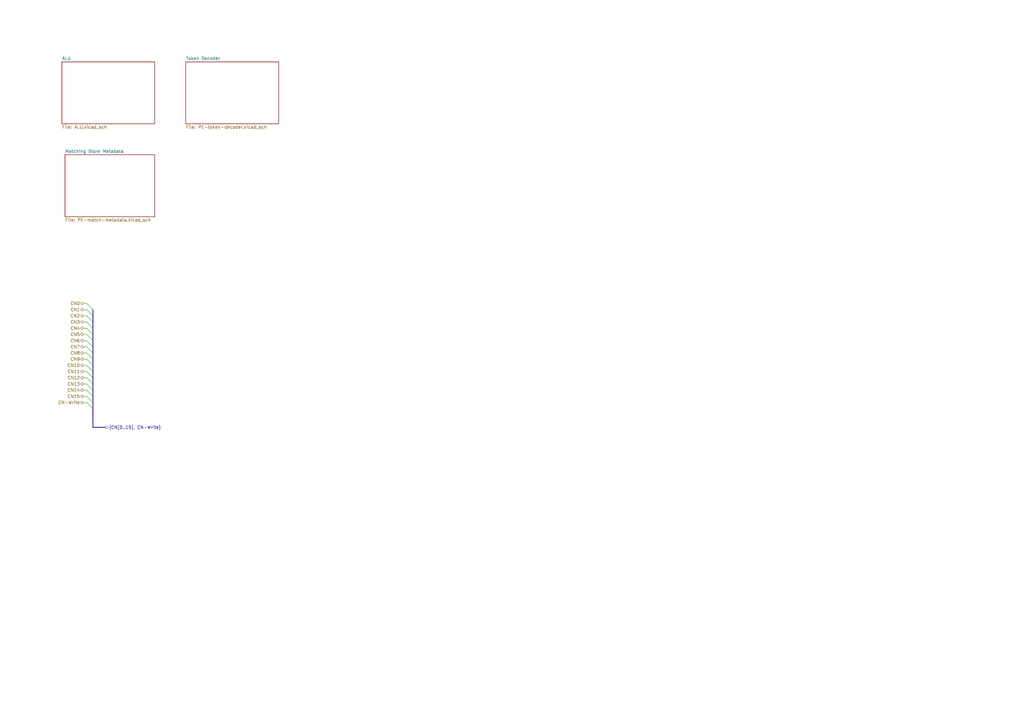
<source format=kicad_sch>
(kicad_sch
	(version 20250114)
	(generator "eeschema")
	(generator_version "9.0")
	(uuid "d1568517-57e3-4a8b-94aa-99390e7b9bd4")
	(paper "A3")
	(title_block
		(title "Processor Element")
		(date "2026-03-04")
		(rev "1")
		(company "Relative State Form")
	)
	(lib_symbols)
	(bus_entry
		(at 35.56 142.24)
		(size 2.54 2.54)
		(stroke
			(width 0)
			(type default)
		)
		(uuid "0342d4e6-1f39-4b64-934c-c4662993ea9d")
	)
	(bus_entry
		(at 35.56 144.78)
		(size 2.54 2.54)
		(stroke
			(width 0)
			(type default)
		)
		(uuid "0a3a88c4-57a4-4cfe-bc51-872e2898b77b")
	)
	(bus_entry
		(at 35.56 149.86)
		(size 2.54 2.54)
		(stroke
			(width 0)
			(type default)
		)
		(uuid "0ce0e5bc-c479-42ba-ba35-9c00b017b712")
	)
	(bus_entry
		(at 35.56 139.7)
		(size 2.54 2.54)
		(stroke
			(width 0)
			(type default)
		)
		(uuid "1e98b3f7-ea3d-42e7-9f19-3e9f74fbab90")
	)
	(bus_entry
		(at 35.56 124.46)
		(size 2.54 2.54)
		(stroke
			(width 0)
			(type default)
		)
		(uuid "22e14c5a-b180-426f-8144-a92f5001abdd")
	)
	(bus_entry
		(at 35.56 152.4)
		(size 2.54 2.54)
		(stroke
			(width 0)
			(type default)
		)
		(uuid "299cbc6c-eb5f-4560-970b-bcd0effdb319")
	)
	(bus_entry
		(at 35.56 129.54)
		(size 2.54 2.54)
		(stroke
			(width 0)
			(type default)
		)
		(uuid "3f36ea9f-252b-49c4-83c3-2e360e20e88b")
	)
	(bus_entry
		(at 35.56 160.02)
		(size 2.54 2.54)
		(stroke
			(width 0)
			(type default)
		)
		(uuid "6089f62b-5cb6-4fd0-9b2a-11f31138d29b")
	)
	(bus_entry
		(at 35.56 157.48)
		(size 2.54 2.54)
		(stroke
			(width 0)
			(type default)
		)
		(uuid "6af850d4-1531-4032-a808-11f284154176")
	)
	(bus_entry
		(at 35.56 134.62)
		(size 2.54 2.54)
		(stroke
			(width 0)
			(type default)
		)
		(uuid "6b67b1fa-d345-4518-81f0-6bd1b4026ce3")
	)
	(bus_entry
		(at 35.56 127)
		(size 2.54 2.54)
		(stroke
			(width 0)
			(type default)
		)
		(uuid "77781e74-f823-4d8c-ac7b-01a359a88160")
	)
	(bus_entry
		(at 35.56 132.08)
		(size 2.54 2.54)
		(stroke
			(width 0)
			(type default)
		)
		(uuid "7def1a8f-c2dd-4304-9dc6-e04b89bbbc11")
	)
	(bus_entry
		(at 35.56 165.1)
		(size 2.54 2.54)
		(stroke
			(width 0)
			(type default)
		)
		(uuid "84d49641-79e8-4dac-9ad5-a63d6f7473a5")
	)
	(bus_entry
		(at 35.56 162.56)
		(size 2.54 2.54)
		(stroke
			(width 0)
			(type default)
		)
		(uuid "9d7f6c91-2ec8-4798-b78e-1cee0e99bf36")
	)
	(bus_entry
		(at 35.56 137.16)
		(size 2.54 2.54)
		(stroke
			(width 0)
			(type default)
		)
		(uuid "cb3dc20f-660b-4211-854a-0295ec517b54")
	)
	(bus_entry
		(at 35.56 147.32)
		(size 2.54 2.54)
		(stroke
			(width 0)
			(type default)
		)
		(uuid "ced82897-0b74-4809-aa92-c71ef9660bca")
	)
	(bus_entry
		(at 35.56 154.94)
		(size 2.54 2.54)
		(stroke
			(width 0)
			(type default)
		)
		(uuid "e9007360-8047-4c6e-98fe-51e3e2884f72")
	)
	(wire
		(pts
			(xy 34.29 139.7) (xy 35.56 139.7)
		)
		(stroke
			(width 0)
			(type default)
		)
		(uuid "0472bbd4-b366-43a8-b22e-5f5e810d0c64")
	)
	(wire
		(pts
			(xy 34.29 147.32) (xy 35.56 147.32)
		)
		(stroke
			(width 0)
			(type default)
		)
		(uuid "0a697692-d4de-4e26-adfa-c7a9468fdf68")
	)
	(bus
		(pts
			(xy 38.1 142.24) (xy 38.1 144.78)
		)
		(stroke
			(width 0)
			(type default)
		)
		(uuid "24efad1e-571b-4828-8659-02acf079db68")
	)
	(bus
		(pts
			(xy 38.1 149.86) (xy 38.1 152.4)
		)
		(stroke
			(width 0)
			(type default)
		)
		(uuid "24fbf1b8-5398-450d-b650-f55640625c69")
	)
	(wire
		(pts
			(xy 34.29 154.94) (xy 35.56 154.94)
		)
		(stroke
			(width 0)
			(type default)
		)
		(uuid "285cdbb9-7125-49ef-82f5-051f19513c40")
	)
	(bus
		(pts
			(xy 38.1 160.02) (xy 38.1 162.56)
		)
		(stroke
			(width 0)
			(type default)
		)
		(uuid "3c3cdbdb-d4ca-4e87-80c0-12b8df25867f")
	)
	(bus
		(pts
			(xy 38.1 127) (xy 38.1 129.54)
		)
		(stroke
			(width 0)
			(type default)
		)
		(uuid "452e3392-129b-41bf-8d92-27808d99f2e5")
	)
	(wire
		(pts
			(xy 34.29 142.24) (xy 35.56 142.24)
		)
		(stroke
			(width 0)
			(type default)
		)
		(uuid "48470cee-40f9-4b2b-8ce7-4591857dac76")
	)
	(wire
		(pts
			(xy 34.29 160.02) (xy 35.56 160.02)
		)
		(stroke
			(width 0)
			(type default)
		)
		(uuid "4db45734-1177-4c91-be22-cf02496dd8d6")
	)
	(wire
		(pts
			(xy 34.29 152.4) (xy 35.56 152.4)
		)
		(stroke
			(width 0)
			(type default)
		)
		(uuid "56c2342d-2699-41fd-b0f3-67e237b5c042")
	)
	(bus
		(pts
			(xy 38.1 144.78) (xy 38.1 147.32)
		)
		(stroke
			(width 0)
			(type default)
		)
		(uuid "61dd34e4-a46a-42f7-9965-ce2d4a5c0459")
	)
	(wire
		(pts
			(xy 34.29 165.1) (xy 35.56 165.1)
		)
		(stroke
			(width 0)
			(type default)
		)
		(uuid "632ad3ee-4805-447c-b89e-a0c2764ec723")
	)
	(bus
		(pts
			(xy 38.1 134.62) (xy 38.1 137.16)
		)
		(stroke
			(width 0)
			(type default)
		)
		(uuid "651ee4c6-a350-4618-ac1d-bc945bc13145")
	)
	(wire
		(pts
			(xy 34.29 144.78) (xy 35.56 144.78)
		)
		(stroke
			(width 0)
			(type default)
		)
		(uuid "6e811db6-dd2f-4594-8d7e-857211a6cf98")
	)
	(bus
		(pts
			(xy 38.1 175.26) (xy 43.18 175.26)
		)
		(stroke
			(width 0)
			(type default)
		)
		(uuid "713812d1-d278-4bcf-af00-7a7afd29b819")
	)
	(wire
		(pts
			(xy 34.29 157.48) (xy 35.56 157.48)
		)
		(stroke
			(width 0)
			(type default)
		)
		(uuid "7b62f951-dd7c-4db8-ae17-9b92ecb683c0")
	)
	(bus
		(pts
			(xy 38.1 132.08) (xy 38.1 134.62)
		)
		(stroke
			(width 0)
			(type default)
		)
		(uuid "83cc88e1-65a2-414a-ac83-ffca2eeb4dd2")
	)
	(wire
		(pts
			(xy 34.29 162.56) (xy 35.56 162.56)
		)
		(stroke
			(width 0)
			(type default)
		)
		(uuid "92996291-4903-4f56-9e16-0ebc7d145cb1")
	)
	(wire
		(pts
			(xy 34.29 129.54) (xy 35.56 129.54)
		)
		(stroke
			(width 0)
			(type default)
		)
		(uuid "9f6e2168-4a4b-431d-b764-d58e38c87c5e")
	)
	(wire
		(pts
			(xy 34.29 149.86) (xy 35.56 149.86)
		)
		(stroke
			(width 0)
			(type default)
		)
		(uuid "a2284d07-a338-425e-921d-deedc8cc3a89")
	)
	(bus
		(pts
			(xy 38.1 129.54) (xy 38.1 132.08)
		)
		(stroke
			(width 0)
			(type default)
		)
		(uuid "a700ada9-ddac-4ff6-b752-2b2038b9cfe2")
	)
	(bus
		(pts
			(xy 38.1 139.7) (xy 38.1 142.24)
		)
		(stroke
			(width 0)
			(type default)
		)
		(uuid "a7409aa7-3f97-42c3-9433-050999ab65cb")
	)
	(bus
		(pts
			(xy 38.1 162.56) (xy 38.1 165.1)
		)
		(stroke
			(width 0)
			(type default)
		)
		(uuid "a998e856-3e37-41a0-adf5-e0ca3f0ae7be")
	)
	(wire
		(pts
			(xy 34.29 127) (xy 35.56 127)
		)
		(stroke
			(width 0)
			(type default)
		)
		(uuid "b50f2318-646d-4375-9402-6c970d7589f0")
	)
	(wire
		(pts
			(xy 34.29 124.46) (xy 35.56 124.46)
		)
		(stroke
			(width 0)
			(type default)
		)
		(uuid "b66fe135-1dd6-4f8f-a145-ca48dd7856cf")
	)
	(bus
		(pts
			(xy 38.1 137.16) (xy 38.1 139.7)
		)
		(stroke
			(width 0)
			(type default)
		)
		(uuid "bc934915-8383-425e-9e42-ca5f3a8d42fc")
	)
	(bus
		(pts
			(xy 38.1 165.1) (xy 38.1 167.64)
		)
		(stroke
			(width 0)
			(type default)
		)
		(uuid "c5a81602-088b-429d-a9b1-da15ea0e3c79")
	)
	(wire
		(pts
			(xy 34.29 134.62) (xy 35.56 134.62)
		)
		(stroke
			(width 0)
			(type default)
		)
		(uuid "d97ff971-adeb-4735-a0fd-4bddb126135b")
	)
	(bus
		(pts
			(xy 38.1 167.64) (xy 38.1 175.26)
		)
		(stroke
			(width 0)
			(type default)
		)
		(uuid "d989f9cb-2928-4737-801e-1d6e659654f7")
	)
	(bus
		(pts
			(xy 38.1 147.32) (xy 38.1 149.86)
		)
		(stroke
			(width 0)
			(type default)
		)
		(uuid "ec8638bd-2b18-4ad2-bab9-512084ae9451")
	)
	(bus
		(pts
			(xy 38.1 152.4) (xy 38.1 154.94)
		)
		(stroke
			(width 0)
			(type default)
		)
		(uuid "f3e983e7-fab7-4e94-ab38-1e295ebb3440")
	)
	(bus
		(pts
			(xy 38.1 157.48) (xy 38.1 160.02)
		)
		(stroke
			(width 0)
			(type default)
		)
		(uuid "fbd222fd-0134-49ca-809f-e70a75fbb23a")
	)
	(wire
		(pts
			(xy 34.29 132.08) (xy 35.56 132.08)
		)
		(stroke
			(width 0)
			(type default)
		)
		(uuid "fd65b57d-6c4c-4a76-81fd-454a1dbd5f84")
	)
	(wire
		(pts
			(xy 34.29 137.16) (xy 35.56 137.16)
		)
		(stroke
			(width 0)
			(type default)
		)
		(uuid "fd7bca9b-b629-42a9-a57f-2aeda182312d")
	)
	(bus
		(pts
			(xy 38.1 154.94) (xy 38.1 157.48)
		)
		(stroke
			(width 0)
			(type default)
		)
		(uuid "ff712f31-922f-4ef8-85fc-c0b9e4db1b2c")
	)
	(hierarchical_label "{CN[0..15], CN-Write}"
		(shape bidirectional)
		(at 43.18 175.26 0)
		(effects
			(font
				(size 1.27 1.27)
			)
			(justify left)
		)
		(uuid "1c9cf57b-915f-418a-ac90-dcd0acc207ae")
	)
	(hierarchical_label "CN12"
		(shape bidirectional)
		(at 34.29 154.94 180)
		(effects
			(font
				(size 1.27 1.27)
			)
			(justify right)
		)
		(uuid "280de505-ac92-46a8-8517-c42ea317c289")
	)
	(hierarchical_label "CN14"
		(shape bidirectional)
		(at 34.29 160.02 180)
		(effects
			(font
				(size 1.27 1.27)
			)
			(justify right)
		)
		(uuid "51220343-88de-4eb8-b6d7-f6cb562e865f")
	)
	(hierarchical_label "CN8"
		(shape bidirectional)
		(at 34.29 144.78 180)
		(effects
			(font
				(size 1.27 1.27)
			)
			(justify right)
		)
		(uuid "5c2e7508-82df-4700-af34-af1489455858")
	)
	(hierarchical_label "CN10"
		(shape bidirectional)
		(at 34.29 149.86 180)
		(effects
			(font
				(size 1.27 1.27)
			)
			(justify right)
		)
		(uuid "6c78af59-ce00-49d3-9f33-d8f2ad6609cc")
	)
	(hierarchical_label "CN1"
		(shape bidirectional)
		(at 34.29 127 180)
		(effects
			(font
				(size 1.27 1.27)
			)
			(justify right)
		)
		(uuid "740b4ffb-83d1-408e-aab2-58a9532ed16d")
	)
	(hierarchical_label "CN7"
		(shape bidirectional)
		(at 34.29 142.24 180)
		(effects
			(font
				(size 1.27 1.27)
			)
			(justify right)
		)
		(uuid "773b53dc-78be-4c4a-b8a4-f5d4bd4d6f8a")
	)
	(hierarchical_label "CN9"
		(shape bidirectional)
		(at 34.29 147.32 180)
		(effects
			(font
				(size 1.27 1.27)
			)
			(justify right)
		)
		(uuid "8f58488c-a721-49f1-bc4d-c8bdfe1177ae")
	)
	(hierarchical_label "CN-Write"
		(shape bidirectional)
		(at 34.29 165.1 180)
		(effects
			(font
				(size 1.27 1.27)
			)
			(justify right)
		)
		(uuid "9966c2ec-3be5-4fcd-b4ce-fca9567339ac")
	)
	(hierarchical_label "CN2"
		(shape bidirectional)
		(at 34.29 129.54 180)
		(effects
			(font
				(size 1.27 1.27)
			)
			(justify right)
		)
		(uuid "9e93177b-5126-4031-9218-2a84cf4662e9")
	)
	(hierarchical_label "CN13"
		(shape bidirectional)
		(at 34.29 157.48 180)
		(effects
			(font
				(size 1.27 1.27)
			)
			(justify right)
		)
		(uuid "ac4abce8-eb67-4356-9c19-2116d9c76775")
	)
	(hierarchical_label "CN5"
		(shape bidirectional)
		(at 34.29 137.16 180)
		(effects
			(font
				(size 1.27 1.27)
			)
			(justify right)
		)
		(uuid "c86bd4fd-45a7-4564-bc5e-5c42b1af41d9")
	)
	(hierarchical_label "CN6"
		(shape bidirectional)
		(at 34.29 139.7 180)
		(effects
			(font
				(size 1.27 1.27)
			)
			(justify right)
		)
		(uuid "cb7402e1-f6ff-423e-b9cc-0b3f687f7ecf")
	)
	(hierarchical_label "CN15"
		(shape bidirectional)
		(at 34.29 162.56 180)
		(effects
			(font
				(size 1.27 1.27)
			)
			(justify right)
		)
		(uuid "d339cd02-e937-4483-afc5-50fa75044269")
	)
	(hierarchical_label "CN0"
		(shape bidirectional)
		(at 34.29 124.46 180)
		(effects
			(font
				(size 1.27 1.27)
			)
			(justify right)
		)
		(uuid "d33ccb1d-cbfd-4310-9a02-9e281fe28d6c")
	)
	(hierarchical_label "CN4"
		(shape bidirectional)
		(at 34.29 134.62 180)
		(effects
			(font
				(size 1.27 1.27)
			)
			(justify right)
		)
		(uuid "dffbd257-1046-43e9-8460-8dcf72fe47f7")
	)
	(hierarchical_label "CN11"
		(shape bidirectional)
		(at 34.29 152.4 180)
		(effects
			(font
				(size 1.27 1.27)
			)
			(justify right)
		)
		(uuid "f09dfe32-dc7f-49cf-a512-85aaabfd3dfc")
	)
	(hierarchical_label "CN3"
		(shape bidirectional)
		(at 34.29 132.08 180)
		(effects
			(font
				(size 1.27 1.27)
			)
			(justify right)
		)
		(uuid "f5b8f7c1-2af6-46da-aabe-952cd4398069")
	)
	(sheet
		(at 26.67 63.5)
		(size 36.83 25.4)
		(exclude_from_sim no)
		(in_bom yes)
		(on_board yes)
		(dnp no)
		(fields_autoplaced yes)
		(stroke
			(width 0.1524)
			(type solid)
		)
		(fill
			(color 0 0 0 0.0000)
		)
		(uuid "0b04fe42-33cf-45dc-8bfd-96030dfe412d")
		(property "Sheetname" "Matching Store Metadata"
			(at 26.67 62.7884 0)
			(effects
				(font
					(size 1.27 1.27)
				)
				(justify left bottom)
			)
		)
		(property "Sheetfile" "PE-match-metadata.kicad_sch"
			(at 26.67 89.4846 0)
			(effects
				(font
					(size 1.27 1.27)
				)
				(justify left top)
			)
		)
		(instances
			(project "OR-1"
				(path "/da8419b1-0f2f-4518-a4a3-3d76a7d5007d/97f7b054-6d8a-4699-9cd4-e85356756199"
					(page "7")
				)
			)
		)
	)
	(sheet
		(at 25.4 25.4)
		(size 38.1 25.4)
		(exclude_from_sim no)
		(in_bom yes)
		(on_board yes)
		(dnp no)
		(fields_autoplaced yes)
		(stroke
			(width 0.1524)
			(type solid)
		)
		(fill
			(color 0 0 0 0.0000)
		)
		(uuid "5893b4bf-99bd-41d3-b72f-1e3949cdc17d")
		(property "Sheetname" "ALU"
			(at 25.4 24.6884 0)
			(effects
				(font
					(size 1.27 1.27)
				)
				(justify left bottom)
			)
		)
		(property "Sheetfile" "ALU.kicad_sch"
			(at 25.4 51.3846 0)
			(effects
				(font
					(size 1.27 1.27)
				)
				(justify left top)
			)
		)
		(instances
			(project "OR-1"
				(path "/da8419b1-0f2f-4518-a4a3-3d76a7d5007d/97f7b054-6d8a-4699-9cd4-e85356756199"
					(page "5")
				)
			)
		)
	)
	(sheet
		(at 76.2 25.4)
		(size 38.1 25.4)
		(exclude_from_sim no)
		(in_bom yes)
		(on_board yes)
		(dnp no)
		(fields_autoplaced yes)
		(stroke
			(width 0.1524)
			(type solid)
		)
		(fill
			(color 0 0 0 0.0000)
		)
		(uuid "972c126f-27b5-4230-a3b4-97d2f8519143")
		(property "Sheetname" "Token Decoder"
			(at 76.2 24.6884 0)
			(effects
				(font
					(size 1.27 1.27)
				)
				(justify left bottom)
			)
		)
		(property "Sheetfile" "PE-token-decoder.kicad_sch"
			(at 76.2 51.3846 0)
			(effects
				(font
					(size 1.27 1.27)
				)
				(justify left top)
			)
		)
		(instances
			(project "OR-1"
				(path "/da8419b1-0f2f-4518-a4a3-3d76a7d5007d/97f7b054-6d8a-4699-9cd4-e85356756199"
					(page "9")
				)
			)
		)
	)
)

</source>
